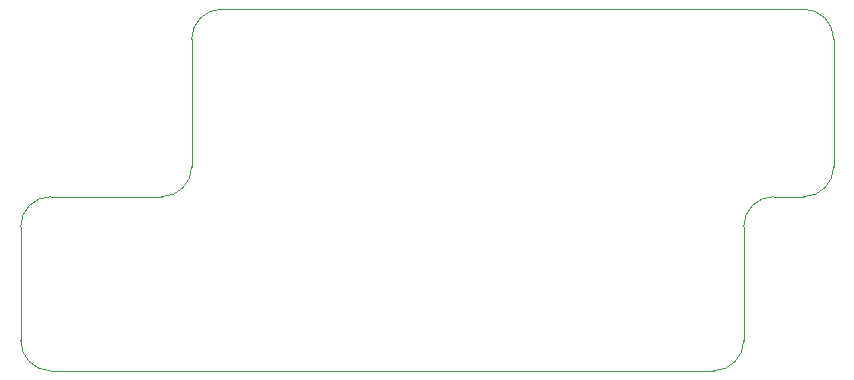
<source format=gbr>
G04 #@! TF.GenerationSoftware,KiCad,Pcbnew,(5.1.9)-1*
G04 #@! TF.CreationDate,2021-09-22T10:05:06+01:00*
G04 #@! TF.ProjectId,Amiga DF0 DF1 Switcher - Design B - Rev 2,416d6967-6120-4444-9630-204446312053,1*
G04 #@! TF.SameCoordinates,Original*
G04 #@! TF.FileFunction,Profile,NP*
%FSLAX46Y46*%
G04 Gerber Fmt 4.6, Leading zero omitted, Abs format (unit mm)*
G04 Created by KiCad (PCBNEW (5.1.9)-1) date 2021-09-22 10:05:06*
%MOMM*%
%LPD*%
G01*
G04 APERTURE LIST*
G04 #@! TA.AperFunction,Profile*
%ADD10C,0.050000*%
G04 #@! TD*
G04 APERTURE END LIST*
D10*
X184150000Y-134620000D02*
X186690000Y-134620000D01*
X181610000Y-137160000D02*
X181610000Y-146812000D01*
X181610000Y-137160000D02*
G75*
G02*
X184150000Y-134620000I2540000J0D01*
G01*
X189230000Y-132080000D02*
G75*
G02*
X186690000Y-134620000I-2540000J0D01*
G01*
X120396000Y-137160000D02*
G75*
G02*
X122936000Y-134620000I2540000J0D01*
G01*
X122936000Y-134620000D02*
X132334000Y-134620000D01*
X134874000Y-132080000D02*
G75*
G02*
X132334000Y-134620000I-2540000J0D01*
G01*
X120396000Y-137160000D02*
X120396000Y-146812000D01*
X134874000Y-121285000D02*
G75*
G02*
X137414000Y-118745000I2540000J0D01*
G01*
X122936000Y-149352000D02*
G75*
G02*
X120396000Y-146812000I0J2540000D01*
G01*
X181610000Y-146812000D02*
G75*
G02*
X179070000Y-149352000I-2540000J0D01*
G01*
X186690000Y-118745000D02*
G75*
G02*
X189230000Y-121285000I0J-2540000D01*
G01*
X137414000Y-118745000D02*
X186690000Y-118745000D01*
X134874000Y-132080000D02*
X134874000Y-121285000D01*
X179070000Y-149352000D02*
X122936000Y-149352000D01*
X189230000Y-121285000D02*
X189230000Y-132080000D01*
M02*

</source>
